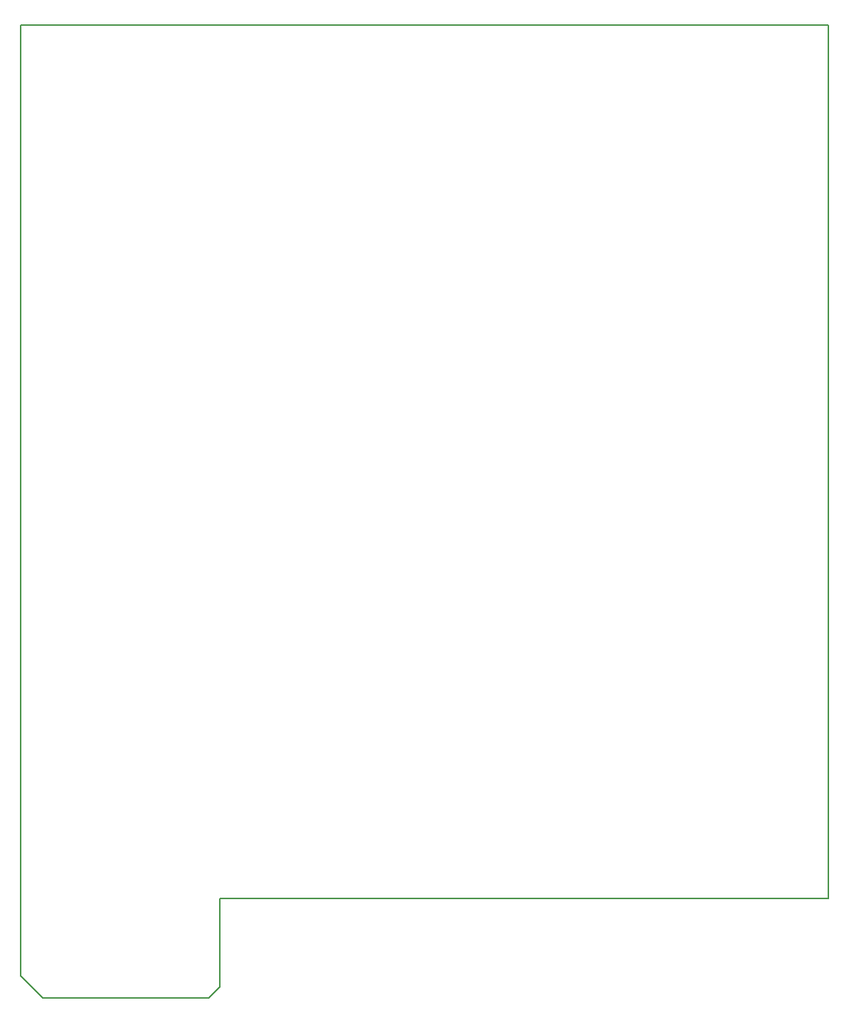
<source format=gbr>
%FSLAX34Y34*%
G04 Gerber Fmt 3.4, Leading zero omitted, Abs format*
G04 (created by PCBNEW (2014-jan-25)-product) date Wed 30 Apr 2014 08:14:39 PM MDT*
%MOIN*%
G01*
G70*
G90*
G04 APERTURE LIST*
%ADD10C,0.003937*%
%ADD11C,0.005906*%
G04 APERTURE END LIST*
G54D10*
G54D11*
X40000Y-55500D02*
X40000Y-52000D01*
X41000Y-56500D02*
X40000Y-55500D01*
X48500Y-56500D02*
X41000Y-56500D01*
X49000Y-56000D02*
X48500Y-56500D01*
X49000Y-52000D02*
X49000Y-56000D01*
X76500Y-52000D02*
X49000Y-52000D01*
X40000Y-12500D02*
X40000Y-52000D01*
X41000Y-12500D02*
X40000Y-12500D01*
X76500Y-12500D02*
X41000Y-12500D01*
X76500Y-52000D02*
X76500Y-12500D01*
M02*

</source>
